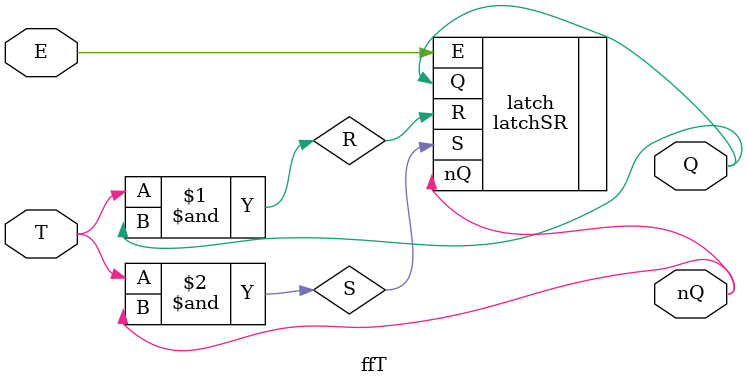
<source format=v>
`include "../E6/latchSR.v"

module ffT (
    T,  //Toggle
    E,  //Enable
    Q,  //Output
    nQ  //Inverse Output
);

//Deine Inputs
input T;
input E;

//Define Outputs
output Q;
output nQ;

//Define Variables
wire T,E;
wire Q,nQ;

wire R,S;

//Code
and(R,T,Q);
and(S,T,nQ);

latchSR latch (
    .R(R),
    .S(S),
    .E(E),
    .Q(Q),
    .nQ(nQ)
);

endmodule

</source>
